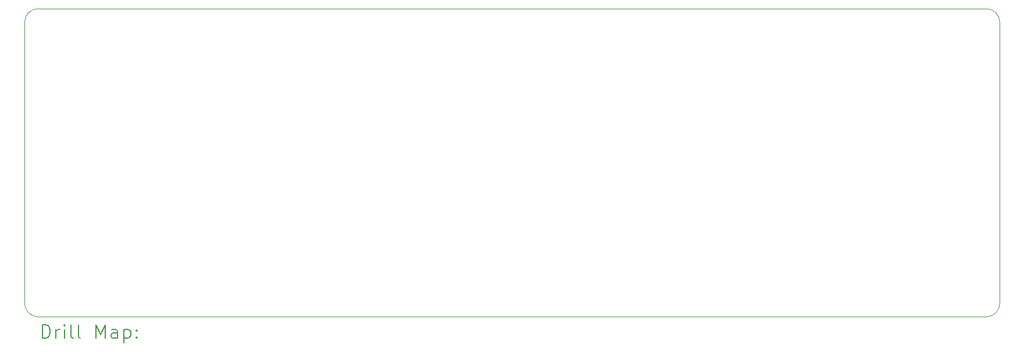
<source format=gbr>
%TF.GenerationSoftware,KiCad,Pcbnew,9.0.2-9.0.2-0~ubuntu22.04.1*%
%TF.CreationDate,2025-06-09T06:11:24+02:00*%
%TF.ProjectId,amp_board_Rev-A,616d705f-626f-4617-9264-5f5265762d41,rev?*%
%TF.SameCoordinates,Original*%
%TF.FileFunction,Drillmap*%
%TF.FilePolarity,Positive*%
%FSLAX45Y45*%
G04 Gerber Fmt 4.5, Leading zero omitted, Abs format (unit mm)*
G04 Created by KiCad (PCBNEW 9.0.2-9.0.2-0~ubuntu22.04.1) date 2025-06-09 06:11:24*
%MOMM*%
%LPD*%
G01*
G04 APERTURE LIST*
%ADD10C,0.050000*%
%ADD11C,0.200000*%
G04 APERTURE END LIST*
D10*
X22100000Y-10300000D02*
G75*
G02*
X21900000Y-10500000I-200000J0D01*
G01*
X8100000Y-6000000D02*
X15000000Y-6000000D01*
X21900000Y-6000000D02*
G75*
G02*
X22100000Y-6200000I0J-200000D01*
G01*
X21900000Y-10500000D02*
X15000000Y-10500000D01*
X22100000Y-6200000D02*
X22100000Y-10300000D01*
X7900000Y-6200000D02*
X7900000Y-10300000D01*
X15000000Y-6000000D02*
X21900000Y-6000000D01*
X15000000Y-10500000D02*
X8100000Y-10500000D01*
X7900000Y-6200000D02*
G75*
G02*
X8100000Y-6000000I200000J0D01*
G01*
X8100000Y-10500000D02*
G75*
G02*
X7900000Y-10300000I0J200000D01*
G01*
D11*
X8158277Y-10813984D02*
X8158277Y-10613984D01*
X8158277Y-10613984D02*
X8205896Y-10613984D01*
X8205896Y-10613984D02*
X8234467Y-10623508D01*
X8234467Y-10623508D02*
X8253515Y-10642555D01*
X8253515Y-10642555D02*
X8263039Y-10661603D01*
X8263039Y-10661603D02*
X8272562Y-10699698D01*
X8272562Y-10699698D02*
X8272562Y-10728270D01*
X8272562Y-10728270D02*
X8263039Y-10766365D01*
X8263039Y-10766365D02*
X8253515Y-10785412D01*
X8253515Y-10785412D02*
X8234467Y-10804460D01*
X8234467Y-10804460D02*
X8205896Y-10813984D01*
X8205896Y-10813984D02*
X8158277Y-10813984D01*
X8358277Y-10813984D02*
X8358277Y-10680650D01*
X8358277Y-10718746D02*
X8367801Y-10699698D01*
X8367801Y-10699698D02*
X8377324Y-10690174D01*
X8377324Y-10690174D02*
X8396372Y-10680650D01*
X8396372Y-10680650D02*
X8415420Y-10680650D01*
X8482086Y-10813984D02*
X8482086Y-10680650D01*
X8482086Y-10613984D02*
X8472563Y-10623508D01*
X8472563Y-10623508D02*
X8482086Y-10633031D01*
X8482086Y-10633031D02*
X8491610Y-10623508D01*
X8491610Y-10623508D02*
X8482086Y-10613984D01*
X8482086Y-10613984D02*
X8482086Y-10633031D01*
X8605896Y-10813984D02*
X8586848Y-10804460D01*
X8586848Y-10804460D02*
X8577324Y-10785412D01*
X8577324Y-10785412D02*
X8577324Y-10613984D01*
X8710658Y-10813984D02*
X8691610Y-10804460D01*
X8691610Y-10804460D02*
X8682086Y-10785412D01*
X8682086Y-10785412D02*
X8682086Y-10613984D01*
X8939229Y-10813984D02*
X8939229Y-10613984D01*
X8939229Y-10613984D02*
X9005896Y-10756841D01*
X9005896Y-10756841D02*
X9072563Y-10613984D01*
X9072563Y-10613984D02*
X9072563Y-10813984D01*
X9253515Y-10813984D02*
X9253515Y-10709222D01*
X9253515Y-10709222D02*
X9243991Y-10690174D01*
X9243991Y-10690174D02*
X9224944Y-10680650D01*
X9224944Y-10680650D02*
X9186848Y-10680650D01*
X9186848Y-10680650D02*
X9167801Y-10690174D01*
X9253515Y-10804460D02*
X9234467Y-10813984D01*
X9234467Y-10813984D02*
X9186848Y-10813984D01*
X9186848Y-10813984D02*
X9167801Y-10804460D01*
X9167801Y-10804460D02*
X9158277Y-10785412D01*
X9158277Y-10785412D02*
X9158277Y-10766365D01*
X9158277Y-10766365D02*
X9167801Y-10747317D01*
X9167801Y-10747317D02*
X9186848Y-10737793D01*
X9186848Y-10737793D02*
X9234467Y-10737793D01*
X9234467Y-10737793D02*
X9253515Y-10728270D01*
X9348753Y-10680650D02*
X9348753Y-10880650D01*
X9348753Y-10690174D02*
X9367801Y-10680650D01*
X9367801Y-10680650D02*
X9405896Y-10680650D01*
X9405896Y-10680650D02*
X9424944Y-10690174D01*
X9424944Y-10690174D02*
X9434467Y-10699698D01*
X9434467Y-10699698D02*
X9443991Y-10718746D01*
X9443991Y-10718746D02*
X9443991Y-10775889D01*
X9443991Y-10775889D02*
X9434467Y-10794936D01*
X9434467Y-10794936D02*
X9424944Y-10804460D01*
X9424944Y-10804460D02*
X9405896Y-10813984D01*
X9405896Y-10813984D02*
X9367801Y-10813984D01*
X9367801Y-10813984D02*
X9348753Y-10804460D01*
X9529705Y-10794936D02*
X9539229Y-10804460D01*
X9539229Y-10804460D02*
X9529705Y-10813984D01*
X9529705Y-10813984D02*
X9520182Y-10804460D01*
X9520182Y-10804460D02*
X9529705Y-10794936D01*
X9529705Y-10794936D02*
X9529705Y-10813984D01*
X9529705Y-10690174D02*
X9539229Y-10699698D01*
X9539229Y-10699698D02*
X9529705Y-10709222D01*
X9529705Y-10709222D02*
X9520182Y-10699698D01*
X9520182Y-10699698D02*
X9529705Y-10690174D01*
X9529705Y-10690174D02*
X9529705Y-10709222D01*
M02*

</source>
